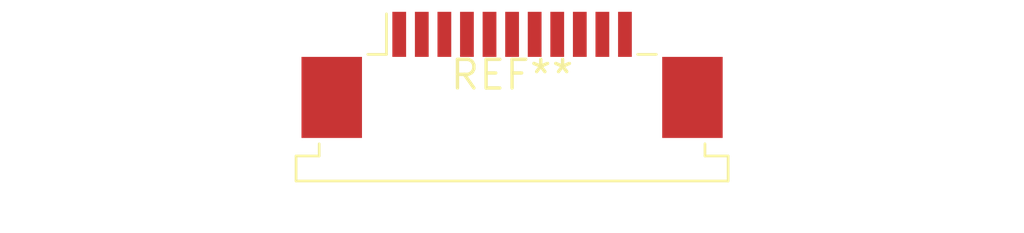
<source format=kicad_pcb>
(kicad_pcb (version 20240108) (generator pcbnew)
  (layers (0 "F.Cu" signal) (31 "B.Cu" signal) (34 "B.Paste" user) (35 "F.Paste" user) (36 "B.SilkS" user "B.Silkscreen") (37 "F.SilkS" user "F.Silkscreen") (38 "B.Mask" user) (39 "F.Mask" user) (44 "Edge.Cuts" user))
  (net 0 "")
  (footprint "TE_1-84953-1_1x11-1MP_P1.0mm_Horizontal" (layer "F.Cu") (at 0 0)
    (property "Reference" "REF**")
    (property "Value" "TE_1-84953-1_1x11-1MP_P1.0mm_Horizontal")
    (fp_line (start -9.57 3.6) (end -8.545 3.6) (layer "F.SilkS") (stroke (width 0.12)))
    (fp_line (start -9.57 4.71) (end -9.57 3.6) (layer "F.SilkS") (stroke (width 0.12)))
    (fp_line (start -8.545 3.6) (end -8.545 3.06) (layer "F.SilkS") (stroke (width 0.12)))
    (fp_line (start -6.39 -0.91) (end -5.565 -0.91) (layer "F.SilkS") (stroke (width 0.12)))
    (fp_line (start -5.565 -0.91) (end -5.565 -2.71) (layer "F.SilkS") (stroke (width 0.12)))
    (fp_line (start 5.565 -0.91) (end 6.39 -0.91) (layer "F.SilkS") (stroke (width 0.12)))
    (fp_line (start 8.545 3.06) (end 8.545 3.6) (layer "F.SilkS") (stroke (width 0.12)))
    (fp_line (start 8.545 3.6) (end 9.57 3.6) (layer "F.SilkS") (stroke (width 0.12)))
    (fp_line (start 9.57 3.6) (end 9.57 4.71) (layer "F.SilkS") (stroke (width 0.12)))
    (fp_line (start 9.57 4.71) (end -9.57 4.71) (layer "F.SilkS") (stroke (width 0.12)))
    (pad "1" smd rect (at -5 -1.8) (size 0.61 2) (layers "F.Cu" "F.Paste" "F.Mask"))
    (pad "2" smd rect (at -4 -1.8) (size 0.61 2) (layers "F.Cu" "F.Paste" "F.Mask"))
    (pad "3" smd rect (at -3 -1.8) (size 0.61 2) (layers "F.Cu" "F.Paste" "F.Mask"))
    (pad "4" smd rect (at -2 -1.8) (size 0.61 2) (layers "F.Cu" "F.Paste" "F.Mask"))
    (pad "5" smd rect (at -1 -1.8) (size 0.61 2) (layers "F.Cu" "F.Paste" "F.Mask"))
    (pad "6" smd rect (at 0 -1.8) (size 0.61 2) (layers "F.Cu" "F.Paste" "F.Mask"))
    (pad "7" smd rect (at 1 -1.8) (size 0.61 2) (layers "F.Cu" "F.Paste" "F.Mask"))
    (pad "8" smd rect (at 2 -1.8) (size 0.61 2) (layers "F.Cu" "F.Paste" "F.Mask"))
    (pad "9" smd rect (at 3 -1.8) (size 0.61 2) (layers "F.Cu" "F.Paste" "F.Mask"))
    (pad "10" smd rect (at 4 -1.8) (size 0.61 2) (layers "F.Cu" "F.Paste" "F.Mask"))
    (pad "11" smd rect (at 5 -1.8) (size 0.61 2) (layers "F.Cu" "F.Paste" "F.Mask"))
    (pad "MP" smd rect (at -7.99 1) (size 2.68 3.6) (layers "F.Cu" "F.Paste" "F.Mask"))
    (pad "MP" smd rect (at 7.99 1) (size 2.68 3.6) (layers "F.Cu" "F.Paste" "F.Mask"))
  )
)
</source>
